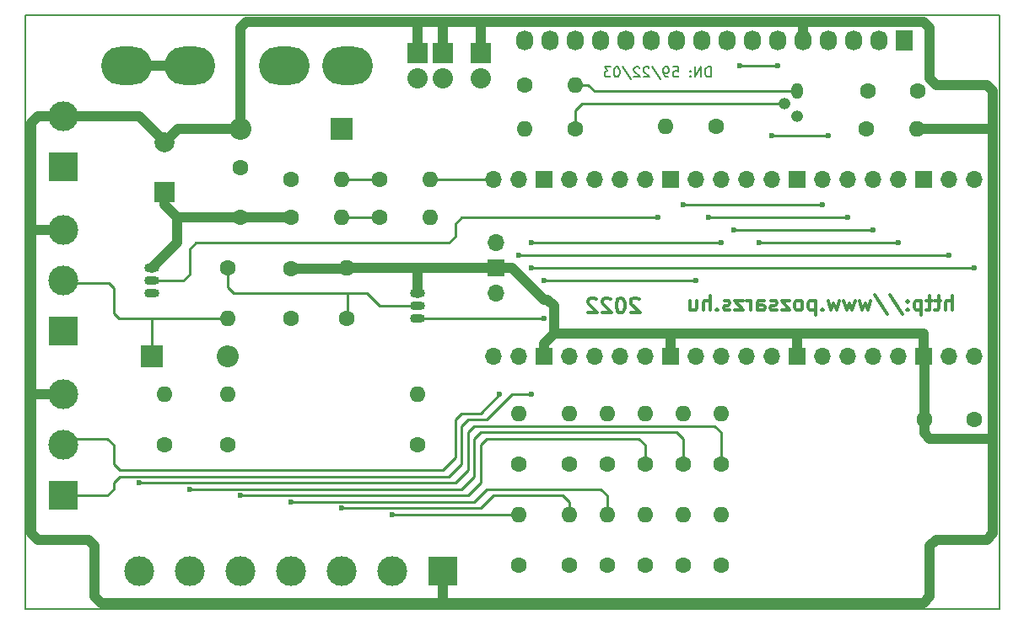
<source format=gbr>
G04 #@! TF.FileFunction,Copper,L2,Bot,Signal*
%FSLAX46Y46*%
G04 Gerber Fmt 4.6, Leading zero omitted, Abs format (unit mm)*
G04 Created by KiCad (PCBNEW 4.0.5+dfsg1-4+deb9u1) date Wed Oct 19 21:41:23 2022*
%MOMM*%
%LPD*%
G01*
G04 APERTURE LIST*
%ADD10C,0.100000*%
%ADD11C,0.150000*%
%ADD12C,0.300000*%
%ADD13O,1.700000X1.700000*%
%ADD14R,1.700000X1.700000*%
%ADD15C,1.600000*%
%ADD16O,1.600000X1.600000*%
%ADD17R,3.000000X3.000000*%
%ADD18C,3.000000*%
%ADD19R,1.727200X2.032000*%
%ADD20O,1.727200X2.032000*%
%ADD21R,2.000000X2.000000*%
%ADD22C,2.000000*%
%ADD23R,2.200000X2.200000*%
%ADD24O,2.200000X2.200000*%
%ADD25O,5.080000X3.840000*%
%ADD26R,2.032000X2.032000*%
%ADD27O,2.032000X2.032000*%
%ADD28O,1.501140X0.899160*%
%ADD29O,1.200000X1.600000*%
%ADD30O,1.200000X1.200000*%
%ADD31C,0.800000*%
%ADD32C,0.600000*%
%ADD33C,1.000000*%
%ADD34C,0.250000*%
G04 APERTURE END LIST*
D10*
D11*
X164821524Y-75001381D02*
X164821524Y-74001381D01*
X164583429Y-74001381D01*
X164440571Y-74049000D01*
X164345333Y-74144238D01*
X164297714Y-74239476D01*
X164250095Y-74429952D01*
X164250095Y-74572810D01*
X164297714Y-74763286D01*
X164345333Y-74858524D01*
X164440571Y-74953762D01*
X164583429Y-75001381D01*
X164821524Y-75001381D01*
X163821524Y-75001381D02*
X163821524Y-74001381D01*
X163250095Y-75001381D01*
X163250095Y-74001381D01*
X162773905Y-74906143D02*
X162726286Y-74953762D01*
X162773905Y-75001381D01*
X162821524Y-74953762D01*
X162773905Y-74906143D01*
X162773905Y-75001381D01*
X162773905Y-74382333D02*
X162726286Y-74429952D01*
X162773905Y-74477571D01*
X162821524Y-74429952D01*
X162773905Y-74382333D01*
X162773905Y-74477571D01*
X161059619Y-74001381D02*
X161535810Y-74001381D01*
X161583429Y-74477571D01*
X161535810Y-74429952D01*
X161440572Y-74382333D01*
X161202476Y-74382333D01*
X161107238Y-74429952D01*
X161059619Y-74477571D01*
X161012000Y-74572810D01*
X161012000Y-74810905D01*
X161059619Y-74906143D01*
X161107238Y-74953762D01*
X161202476Y-75001381D01*
X161440572Y-75001381D01*
X161535810Y-74953762D01*
X161583429Y-74906143D01*
X160535810Y-75001381D02*
X160345334Y-75001381D01*
X160250095Y-74953762D01*
X160202476Y-74906143D01*
X160107238Y-74763286D01*
X160059619Y-74572810D01*
X160059619Y-74191857D01*
X160107238Y-74096619D01*
X160154857Y-74049000D01*
X160250095Y-74001381D01*
X160440572Y-74001381D01*
X160535810Y-74049000D01*
X160583429Y-74096619D01*
X160631048Y-74191857D01*
X160631048Y-74429952D01*
X160583429Y-74525190D01*
X160535810Y-74572810D01*
X160440572Y-74620429D01*
X160250095Y-74620429D01*
X160154857Y-74572810D01*
X160107238Y-74525190D01*
X160059619Y-74429952D01*
X158916762Y-73953762D02*
X159773905Y-75239476D01*
X158631048Y-74096619D02*
X158583429Y-74049000D01*
X158488191Y-74001381D01*
X158250095Y-74001381D01*
X158154857Y-74049000D01*
X158107238Y-74096619D01*
X158059619Y-74191857D01*
X158059619Y-74287095D01*
X158107238Y-74429952D01*
X158678667Y-75001381D01*
X158059619Y-75001381D01*
X157678667Y-74096619D02*
X157631048Y-74049000D01*
X157535810Y-74001381D01*
X157297714Y-74001381D01*
X157202476Y-74049000D01*
X157154857Y-74096619D01*
X157107238Y-74191857D01*
X157107238Y-74287095D01*
X157154857Y-74429952D01*
X157726286Y-75001381D01*
X157107238Y-75001381D01*
X155964381Y-73953762D02*
X156821524Y-75239476D01*
X155440572Y-74001381D02*
X155345333Y-74001381D01*
X155250095Y-74049000D01*
X155202476Y-74096619D01*
X155154857Y-74191857D01*
X155107238Y-74382333D01*
X155107238Y-74620429D01*
X155154857Y-74810905D01*
X155202476Y-74906143D01*
X155250095Y-74953762D01*
X155345333Y-75001381D01*
X155440572Y-75001381D01*
X155535810Y-74953762D01*
X155583429Y-74906143D01*
X155631048Y-74810905D01*
X155678667Y-74620429D01*
X155678667Y-74382333D01*
X155631048Y-74191857D01*
X155583429Y-74096619D01*
X155535810Y-74049000D01*
X155440572Y-74001381D01*
X154773905Y-74001381D02*
X154154857Y-74001381D01*
X154488191Y-74382333D01*
X154345333Y-74382333D01*
X154250095Y-74429952D01*
X154202476Y-74477571D01*
X154154857Y-74572810D01*
X154154857Y-74810905D01*
X154202476Y-74906143D01*
X154250095Y-74953762D01*
X154345333Y-75001381D01*
X154631048Y-75001381D01*
X154726286Y-74953762D01*
X154773905Y-74906143D01*
D12*
X157638428Y-97365429D02*
X157566999Y-97294000D01*
X157424142Y-97222571D01*
X157066999Y-97222571D01*
X156924142Y-97294000D01*
X156852713Y-97365429D01*
X156781285Y-97508286D01*
X156781285Y-97651143D01*
X156852713Y-97865429D01*
X157709856Y-98722571D01*
X156781285Y-98722571D01*
X155852714Y-97222571D02*
X155709857Y-97222571D01*
X155567000Y-97294000D01*
X155495571Y-97365429D01*
X155424142Y-97508286D01*
X155352714Y-97794000D01*
X155352714Y-98151143D01*
X155424142Y-98436857D01*
X155495571Y-98579714D01*
X155567000Y-98651143D01*
X155709857Y-98722571D01*
X155852714Y-98722571D01*
X155995571Y-98651143D01*
X156067000Y-98579714D01*
X156138428Y-98436857D01*
X156209857Y-98151143D01*
X156209857Y-97794000D01*
X156138428Y-97508286D01*
X156067000Y-97365429D01*
X155995571Y-97294000D01*
X155852714Y-97222571D01*
X154781286Y-97365429D02*
X154709857Y-97294000D01*
X154567000Y-97222571D01*
X154209857Y-97222571D01*
X154067000Y-97294000D01*
X153995571Y-97365429D01*
X153924143Y-97508286D01*
X153924143Y-97651143D01*
X153995571Y-97865429D01*
X154852714Y-98722571D01*
X153924143Y-98722571D01*
X153352715Y-97365429D02*
X153281286Y-97294000D01*
X153138429Y-97222571D01*
X152781286Y-97222571D01*
X152638429Y-97294000D01*
X152567000Y-97365429D01*
X152495572Y-97508286D01*
X152495572Y-97651143D01*
X152567000Y-97865429D01*
X153424143Y-98722571D01*
X152495572Y-98722571D01*
X189037859Y-98468571D02*
X189037859Y-96968571D01*
X188395002Y-98468571D02*
X188395002Y-97682857D01*
X188466431Y-97540000D01*
X188609288Y-97468571D01*
X188823573Y-97468571D01*
X188966431Y-97540000D01*
X189037859Y-97611429D01*
X187895002Y-97468571D02*
X187323573Y-97468571D01*
X187680716Y-96968571D02*
X187680716Y-98254286D01*
X187609288Y-98397143D01*
X187466430Y-98468571D01*
X187323573Y-98468571D01*
X187037859Y-97468571D02*
X186466430Y-97468571D01*
X186823573Y-96968571D02*
X186823573Y-98254286D01*
X186752145Y-98397143D01*
X186609287Y-98468571D01*
X186466430Y-98468571D01*
X185966430Y-97468571D02*
X185966430Y-98968571D01*
X185966430Y-97540000D02*
X185823573Y-97468571D01*
X185537859Y-97468571D01*
X185395002Y-97540000D01*
X185323573Y-97611429D01*
X185252144Y-97754286D01*
X185252144Y-98182857D01*
X185323573Y-98325714D01*
X185395002Y-98397143D01*
X185537859Y-98468571D01*
X185823573Y-98468571D01*
X185966430Y-98397143D01*
X184609287Y-98325714D02*
X184537859Y-98397143D01*
X184609287Y-98468571D01*
X184680716Y-98397143D01*
X184609287Y-98325714D01*
X184609287Y-98468571D01*
X184609287Y-97540000D02*
X184537859Y-97611429D01*
X184609287Y-97682857D01*
X184680716Y-97611429D01*
X184609287Y-97540000D01*
X184609287Y-97682857D01*
X182823573Y-96897143D02*
X184109287Y-98825714D01*
X181252144Y-96897143D02*
X182537858Y-98825714D01*
X180895000Y-97468571D02*
X180609286Y-98468571D01*
X180323572Y-97754286D01*
X180037857Y-98468571D01*
X179752143Y-97468571D01*
X179323571Y-97468571D02*
X179037857Y-98468571D01*
X178752143Y-97754286D01*
X178466428Y-98468571D01*
X178180714Y-97468571D01*
X177752142Y-97468571D02*
X177466428Y-98468571D01*
X177180714Y-97754286D01*
X176894999Y-98468571D01*
X176609285Y-97468571D01*
X176037856Y-98325714D02*
X175966428Y-98397143D01*
X176037856Y-98468571D01*
X176109285Y-98397143D01*
X176037856Y-98325714D01*
X176037856Y-98468571D01*
X175323570Y-97468571D02*
X175323570Y-98968571D01*
X175323570Y-97540000D02*
X175180713Y-97468571D01*
X174894999Y-97468571D01*
X174752142Y-97540000D01*
X174680713Y-97611429D01*
X174609284Y-97754286D01*
X174609284Y-98182857D01*
X174680713Y-98325714D01*
X174752142Y-98397143D01*
X174894999Y-98468571D01*
X175180713Y-98468571D01*
X175323570Y-98397143D01*
X173752141Y-98468571D02*
X173894999Y-98397143D01*
X173966427Y-98325714D01*
X174037856Y-98182857D01*
X174037856Y-97754286D01*
X173966427Y-97611429D01*
X173894999Y-97540000D01*
X173752141Y-97468571D01*
X173537856Y-97468571D01*
X173394999Y-97540000D01*
X173323570Y-97611429D01*
X173252141Y-97754286D01*
X173252141Y-98182857D01*
X173323570Y-98325714D01*
X173394999Y-98397143D01*
X173537856Y-98468571D01*
X173752141Y-98468571D01*
X172752141Y-97468571D02*
X171966427Y-97468571D01*
X172752141Y-98468571D01*
X171966427Y-98468571D01*
X171466427Y-98397143D02*
X171323570Y-98468571D01*
X171037855Y-98468571D01*
X170894998Y-98397143D01*
X170823570Y-98254286D01*
X170823570Y-98182857D01*
X170894998Y-98040000D01*
X171037855Y-97968571D01*
X171252141Y-97968571D01*
X171394998Y-97897143D01*
X171466427Y-97754286D01*
X171466427Y-97682857D01*
X171394998Y-97540000D01*
X171252141Y-97468571D01*
X171037855Y-97468571D01*
X170894998Y-97540000D01*
X169537855Y-98468571D02*
X169537855Y-97682857D01*
X169609284Y-97540000D01*
X169752141Y-97468571D01*
X170037855Y-97468571D01*
X170180712Y-97540000D01*
X169537855Y-98397143D02*
X169680712Y-98468571D01*
X170037855Y-98468571D01*
X170180712Y-98397143D01*
X170252141Y-98254286D01*
X170252141Y-98111429D01*
X170180712Y-97968571D01*
X170037855Y-97897143D01*
X169680712Y-97897143D01*
X169537855Y-97825714D01*
X168823569Y-98468571D02*
X168823569Y-97468571D01*
X168823569Y-97754286D02*
X168752141Y-97611429D01*
X168680712Y-97540000D01*
X168537855Y-97468571D01*
X168394998Y-97468571D01*
X168037855Y-97468571D02*
X167252141Y-97468571D01*
X168037855Y-98468571D01*
X167252141Y-98468571D01*
X166752141Y-98397143D02*
X166609284Y-98468571D01*
X166323569Y-98468571D01*
X166180712Y-98397143D01*
X166109284Y-98254286D01*
X166109284Y-98182857D01*
X166180712Y-98040000D01*
X166323569Y-97968571D01*
X166537855Y-97968571D01*
X166680712Y-97897143D01*
X166752141Y-97754286D01*
X166752141Y-97682857D01*
X166680712Y-97540000D01*
X166537855Y-97468571D01*
X166323569Y-97468571D01*
X166180712Y-97540000D01*
X165466426Y-98325714D02*
X165394998Y-98397143D01*
X165466426Y-98468571D01*
X165537855Y-98397143D01*
X165466426Y-98325714D01*
X165466426Y-98468571D01*
X164752140Y-98468571D02*
X164752140Y-96968571D01*
X164109283Y-98468571D02*
X164109283Y-97682857D01*
X164180712Y-97540000D01*
X164323569Y-97468571D01*
X164537854Y-97468571D01*
X164680712Y-97540000D01*
X164752140Y-97611429D01*
X162752140Y-97468571D02*
X162752140Y-98468571D01*
X163394997Y-97468571D02*
X163394997Y-98254286D01*
X163323569Y-98397143D01*
X163180711Y-98468571D01*
X162966426Y-98468571D01*
X162823569Y-98397143D01*
X162752140Y-98325714D01*
D11*
X193802000Y-68834000D02*
X193802000Y-128524000D01*
X96012000Y-68834000D02*
X193802000Y-68834000D01*
X96012000Y-128524000D02*
X96012000Y-68834000D01*
X193802000Y-128524000D02*
X96012000Y-128524000D01*
D13*
X191262000Y-85344000D03*
X188722000Y-85344000D03*
D14*
X186182000Y-85344000D03*
D13*
X183642000Y-85344000D03*
X181102000Y-85344000D03*
X178562000Y-85344000D03*
X176022000Y-85344000D03*
D14*
X173482000Y-85344000D03*
D13*
X170942000Y-85344000D03*
X168402000Y-85344000D03*
X165862000Y-85344000D03*
X163322000Y-85344000D03*
D14*
X160782000Y-85344000D03*
D13*
X158242000Y-85344000D03*
X155702000Y-85344000D03*
X153162000Y-85344000D03*
X150622000Y-85344000D03*
D14*
X148082000Y-85344000D03*
D13*
X145542000Y-85344000D03*
X143002000Y-85344000D03*
X143002000Y-103124000D03*
X145542000Y-103124000D03*
D14*
X148082000Y-103124000D03*
D13*
X150622000Y-103124000D03*
X153162000Y-103124000D03*
X155702000Y-103124000D03*
X158242000Y-103124000D03*
D14*
X160782000Y-103124000D03*
D13*
X163322000Y-103124000D03*
X165862000Y-103124000D03*
X168402000Y-103124000D03*
X170942000Y-103124000D03*
D14*
X173482000Y-103124000D03*
D13*
X176022000Y-103124000D03*
X178562000Y-103124000D03*
X181102000Y-103124000D03*
X183642000Y-103124000D03*
D14*
X186182000Y-103124000D03*
D13*
X188722000Y-103124000D03*
X191262000Y-103124000D03*
X143232000Y-91694000D03*
D14*
X143232000Y-94234000D03*
D13*
X143232000Y-96774000D03*
D15*
X146177000Y-75819000D03*
D16*
X151257000Y-75819000D03*
D17*
X99822000Y-100584000D03*
D18*
X99822000Y-95504000D03*
X99822000Y-90424000D03*
D19*
X184277000Y-71374000D03*
D20*
X181737000Y-71374000D03*
X179197000Y-71374000D03*
X176657000Y-71374000D03*
X174117000Y-71374000D03*
X171577000Y-71374000D03*
X169037000Y-71374000D03*
X166497000Y-71374000D03*
X163957000Y-71374000D03*
X161417000Y-71374000D03*
X158877000Y-71374000D03*
X156337000Y-71374000D03*
X153797000Y-71374000D03*
X151257000Y-71374000D03*
X148717000Y-71374000D03*
X146177000Y-71374000D03*
D21*
X109982000Y-86614000D03*
D22*
X109982000Y-81614000D03*
D15*
X180594000Y-76454000D03*
X185594000Y-76454000D03*
X122682000Y-99314000D03*
X122682000Y-94314000D03*
X191262000Y-109474000D03*
X186262000Y-109474000D03*
X117602000Y-89154000D03*
X117602000Y-84154000D03*
D23*
X127762000Y-80264000D03*
D24*
X117602000Y-80264000D03*
D23*
X108712000Y-103124000D03*
D24*
X116332000Y-103124000D03*
D25*
X106172000Y-73914000D03*
X112522000Y-73914000D03*
X122047000Y-73914000D03*
X128397000Y-73914000D03*
D17*
X99822000Y-84074000D03*
D18*
X99822000Y-78994000D03*
D17*
X99822000Y-117094000D03*
D18*
X99822000Y-112014000D03*
X99822000Y-106934000D03*
D26*
X141732000Y-72644000D03*
D27*
X141732000Y-75184000D03*
D26*
X137922000Y-72644000D03*
D27*
X137922000Y-75184000D03*
D26*
X135382000Y-72644000D03*
D27*
X135382000Y-75184000D03*
D18*
X112522000Y-124714000D03*
X132842000Y-124714000D03*
X127762000Y-124714000D03*
D17*
X137922000Y-124714000D03*
D18*
X122682000Y-124714000D03*
X117602000Y-124714000D03*
X107442000Y-124714000D03*
D15*
X116332000Y-112014000D03*
D16*
X116332000Y-106934000D03*
D15*
X116332000Y-94234000D03*
D16*
X116332000Y-99314000D03*
D15*
X109982000Y-112014000D03*
D16*
X109982000Y-106934000D03*
D15*
X128270000Y-99314000D03*
D16*
X128270000Y-94234000D03*
D15*
X165354000Y-80010000D03*
D16*
X160274000Y-80010000D03*
D15*
X135382000Y-112014000D03*
D16*
X135382000Y-106934000D03*
D15*
X180467000Y-80264000D03*
D16*
X185547000Y-80264000D03*
D15*
X151257000Y-80264000D03*
D16*
X146177000Y-80264000D03*
D28*
X108712000Y-95504000D03*
X108712000Y-96774000D03*
X108712000Y-94234000D03*
X135382000Y-98044000D03*
X135382000Y-96774000D03*
X135382000Y-99314000D03*
D29*
X173482000Y-76454000D03*
D30*
X172212000Y-77724000D03*
X173482000Y-78994000D03*
D15*
X165862000Y-113919000D03*
D16*
X165862000Y-108839000D03*
D15*
X162052000Y-113919000D03*
D16*
X162052000Y-108839000D03*
D15*
X158242000Y-113919000D03*
D16*
X158242000Y-108839000D03*
D15*
X154432000Y-113919000D03*
D16*
X154432000Y-108839000D03*
D15*
X150622000Y-113919000D03*
D16*
X150622000Y-108839000D03*
D15*
X145542000Y-113919000D03*
D16*
X145542000Y-108839000D03*
D15*
X131572000Y-89154000D03*
D16*
X136652000Y-89154000D03*
D15*
X131572000Y-85344000D03*
D16*
X136652000Y-85344000D03*
D15*
X165862000Y-124079000D03*
D16*
X165862000Y-118999000D03*
D15*
X162052000Y-124079000D03*
D16*
X162052000Y-118999000D03*
D15*
X158242000Y-124079000D03*
D16*
X158242000Y-118999000D03*
D15*
X154432000Y-124079000D03*
D16*
X154432000Y-118999000D03*
D15*
X150622000Y-124079000D03*
D16*
X150622000Y-118999000D03*
D15*
X145542000Y-124079000D03*
D16*
X145542000Y-118999000D03*
D15*
X122682000Y-89154000D03*
D16*
X127762000Y-89154000D03*
D15*
X122682000Y-85344000D03*
D16*
X127762000Y-85344000D03*
D31*
X149098000Y-100838000D03*
X186182000Y-100838000D03*
X173482000Y-100838000D03*
X160782000Y-100838000D03*
D32*
X159512000Y-89154000D03*
X170942000Y-80899000D03*
X176657000Y-80899000D03*
X167767000Y-73914000D03*
X171577000Y-73914000D03*
X169672000Y-91694000D03*
X183642000Y-91694000D03*
X181102000Y-90424000D03*
X167132000Y-90424000D03*
X164592000Y-89154000D03*
X178562000Y-89154000D03*
X162052000Y-87884000D03*
X176022000Y-87884000D03*
X148082000Y-95504000D03*
X148082000Y-99314000D03*
X163322000Y-95504000D03*
X146812000Y-106934000D03*
X146812000Y-94234000D03*
X191262000Y-94234000D03*
X145542000Y-92964000D03*
X188722000Y-92964000D03*
X143637000Y-106934000D03*
X112522000Y-116459000D03*
X132842000Y-118999000D03*
X127762000Y-118364000D03*
X122682000Y-117729000D03*
X117602000Y-117094000D03*
X107442000Y-115824000D03*
X165862000Y-91694000D03*
X146812000Y-91694000D03*
D33*
X108712000Y-94234000D02*
X111252000Y-91694000D01*
X111252000Y-91694000D02*
X111252000Y-89154000D01*
X117602000Y-89154000D02*
X111252000Y-89154000D01*
X109982000Y-87884000D02*
X109982000Y-86614000D01*
X111252000Y-89154000D02*
X109982000Y-87884000D01*
X122682000Y-89154000D02*
X117602000Y-89154000D01*
X181737000Y-69469000D02*
X179197000Y-69469000D01*
X186817000Y-75184000D02*
X186817000Y-70104000D01*
X186817000Y-70104000D02*
X186182000Y-69469000D01*
X186182000Y-69469000D02*
X181737000Y-69469000D01*
X148082000Y-97409000D02*
X148463000Y-97409000D01*
X148463000Y-97409000D02*
X149098000Y-98044000D01*
X149098000Y-100838000D02*
X149098000Y-98044000D01*
X184404000Y-100838000D02*
X186182000Y-100838000D01*
X186182000Y-100838000D02*
X186182000Y-101854000D01*
X144907000Y-94234000D02*
X148082000Y-97409000D01*
X143232000Y-94234000D02*
X144907000Y-94234000D01*
X135382000Y-96774000D02*
X135382000Y-94234000D01*
X128270000Y-94234000D02*
X134874000Y-94234000D01*
X134874000Y-94234000D02*
X135382000Y-94234000D01*
X135382000Y-94234000D02*
X143232000Y-94234000D01*
X128270000Y-94234000D02*
X128190000Y-94314000D01*
X128190000Y-94314000D02*
X122682000Y-94314000D01*
X160782000Y-103124000D02*
X160782000Y-101346000D01*
X173482000Y-103124000D02*
X173482000Y-100838000D01*
X186182000Y-103124000D02*
X186182000Y-101854000D01*
X184404000Y-100838000D02*
X173482000Y-100838000D01*
X149098000Y-100838000D02*
X148082000Y-101854000D01*
X150622000Y-100838000D02*
X149098000Y-100838000D01*
X148082000Y-101854000D02*
X148082000Y-103124000D01*
X173482000Y-100838000D02*
X160782000Y-100838000D01*
X160782000Y-100838000D02*
X150622000Y-100838000D01*
X185547000Y-80264000D02*
X193167000Y-80264000D01*
X186262000Y-109474000D02*
X186262000Y-110824000D01*
X186817000Y-111379000D02*
X193167000Y-111379000D01*
X186262000Y-110824000D02*
X186817000Y-111379000D01*
X135382000Y-72644000D02*
X135382000Y-69469000D01*
X117602000Y-80264000D02*
X117602000Y-70104000D01*
X118237000Y-69469000D02*
X135382000Y-69469000D01*
X135382000Y-69469000D02*
X134747000Y-69469000D01*
X117602000Y-70104000D02*
X118237000Y-69469000D01*
X97282000Y-78994000D02*
X96647000Y-79629000D01*
X99822000Y-90424000D02*
X96647000Y-90424000D01*
X99822000Y-106934000D02*
X96647000Y-106934000D01*
X137922000Y-124714000D02*
X137922000Y-127889000D01*
X174117000Y-71374000D02*
X174117000Y-69469000D01*
X137922000Y-72644000D02*
X137922000Y-69469000D01*
X179197000Y-69469000D02*
X174117000Y-69469000D01*
X188087000Y-75819000D02*
X187452000Y-75819000D01*
X193167000Y-111379000D02*
X193167000Y-99949000D01*
X187452000Y-75819000D02*
X186817000Y-75184000D01*
X193167000Y-99949000D02*
X193167000Y-80264000D01*
X193167000Y-80264000D02*
X193167000Y-76454000D01*
X192532000Y-75819000D02*
X188087000Y-75819000D01*
X193167000Y-76454000D02*
X192532000Y-75819000D01*
X193167000Y-114554000D02*
X193167000Y-111379000D01*
X186182000Y-127889000D02*
X186817000Y-127254000D01*
X186817000Y-127254000D02*
X186817000Y-122174000D01*
X186817000Y-122174000D02*
X187452000Y-121539000D01*
X187452000Y-121539000D02*
X192532000Y-121539000D01*
X192532000Y-121539000D02*
X193167000Y-120904000D01*
X193167000Y-120904000D02*
X193167000Y-114554000D01*
X137922000Y-127889000D02*
X186182000Y-127889000D01*
X109982000Y-127889000D02*
X137922000Y-127889000D01*
X99822000Y-78994000D02*
X97282000Y-78994000D01*
X96647000Y-79629000D02*
X96647000Y-90424000D01*
X96647000Y-90424000D02*
X96647000Y-106934000D01*
X96647000Y-106934000D02*
X96647000Y-120904000D01*
X96647000Y-120904000D02*
X97282000Y-121539000D01*
X97282000Y-121539000D02*
X101727000Y-121539000D01*
X102997000Y-127254000D02*
X103632000Y-127889000D01*
X102997000Y-122809000D02*
X102997000Y-127254000D01*
X103632000Y-127889000D02*
X109982000Y-127889000D01*
X102362000Y-121539000D02*
X102997000Y-122174000D01*
X102997000Y-122174000D02*
X102997000Y-122809000D01*
X101727000Y-121539000D02*
X102362000Y-121539000D01*
X174117000Y-69469000D02*
X141732000Y-69469000D01*
X137922000Y-69469000D02*
X134747000Y-69469000D01*
X186262000Y-109474000D02*
X186262000Y-103204000D01*
X186262000Y-103204000D02*
X186182000Y-103124000D01*
X109982000Y-81614000D02*
X109982000Y-81534000D01*
X109982000Y-81534000D02*
X107442000Y-78994000D01*
X107442000Y-78994000D02*
X99822000Y-78994000D01*
X117602000Y-80264000D02*
X111332000Y-80264000D01*
X111332000Y-80264000D02*
X109982000Y-81614000D01*
X141732000Y-72644000D02*
X141732000Y-69469000D01*
X141732000Y-69469000D02*
X137922000Y-69469000D01*
X106172000Y-73914000D02*
X112522000Y-73914000D01*
D34*
X111887000Y-95504000D02*
X112522000Y-94869000D01*
X112522000Y-94869000D02*
X112522000Y-92329000D01*
X112522000Y-92329000D02*
X113157000Y-91694000D01*
X113157000Y-91694000D02*
X115062000Y-91694000D01*
X115062000Y-91694000D02*
X138557000Y-91694000D01*
X138557000Y-91694000D02*
X139192000Y-91059000D01*
X139192000Y-91059000D02*
X139192000Y-89789000D01*
X139192000Y-89789000D02*
X139827000Y-89154000D01*
X139827000Y-89154000D02*
X158877000Y-89154000D01*
X111887000Y-95504000D02*
X108712000Y-95504000D01*
X159512000Y-89154000D02*
X158877000Y-89154000D01*
X128270000Y-99314000D02*
X128397000Y-99187000D01*
X128397000Y-99187000D02*
X128397000Y-96774000D01*
X116332000Y-95504000D02*
X116332000Y-96139000D01*
X129667000Y-96774000D02*
X130302000Y-96774000D01*
X116967000Y-96774000D02*
X128397000Y-96774000D01*
X128397000Y-96774000D02*
X129667000Y-96774000D01*
X116332000Y-96139000D02*
X116967000Y-96774000D01*
X130302000Y-96774000D02*
X131572000Y-98044000D01*
X131572000Y-98044000D02*
X132207000Y-98044000D01*
X130302000Y-96774000D02*
X131572000Y-98044000D01*
X135382000Y-98044000D02*
X132207000Y-98044000D01*
X116332000Y-95504000D02*
X116332000Y-94234000D01*
X135128000Y-97790000D02*
X135382000Y-98044000D01*
X176657000Y-80899000D02*
X170942000Y-80899000D01*
X171577000Y-73914000D02*
X167767000Y-73914000D01*
X183642000Y-91694000D02*
X169672000Y-91694000D01*
X167132000Y-90424000D02*
X181102000Y-90424000D01*
X178562000Y-89154000D02*
X164592000Y-89154000D01*
X176022000Y-87884000D02*
X162052000Y-87884000D01*
X172212000Y-77724000D02*
X151892000Y-77724000D01*
X151257000Y-78359000D02*
X151257000Y-80264000D01*
X151892000Y-77724000D02*
X151257000Y-78359000D01*
X146050000Y-99314000D02*
X135382000Y-99314000D01*
X146050000Y-99314000D02*
X146558000Y-99314000D01*
X146558000Y-99314000D02*
X147574000Y-99314000D01*
X148082000Y-95504000D02*
X162687000Y-95504000D01*
X147574000Y-99314000D02*
X148082000Y-99314000D01*
X163322000Y-95504000D02*
X162687000Y-95504000D01*
X108712000Y-103124000D02*
X108712000Y-99314000D01*
X109474000Y-99314000D02*
X108712000Y-99314000D01*
X108712000Y-99314000D02*
X105410000Y-99314000D01*
X104394000Y-95758000D02*
X104902000Y-96266000D01*
X104394000Y-95758000D02*
X100076000Y-95758000D01*
X104902000Y-98806000D02*
X105410000Y-99314000D01*
X104902000Y-96266000D02*
X104902000Y-98806000D01*
X99822000Y-95504000D02*
X100076000Y-95758000D01*
X116332000Y-99314000D02*
X109474000Y-99314000D01*
X144907000Y-106934000D02*
X142367000Y-109474000D01*
X140462000Y-109474000D02*
X139827000Y-110109000D01*
X142367000Y-109474000D02*
X140462000Y-109474000D01*
X147447000Y-94234000D02*
X146812000Y-94234000D01*
X146812000Y-106934000D02*
X146177000Y-106934000D01*
X125222000Y-115189000D02*
X135382000Y-115189000D01*
X104902000Y-116459000D02*
X104267000Y-117094000D01*
X99822000Y-117094000D02*
X103632000Y-117094000D01*
X104902000Y-115824000D02*
X105537000Y-115189000D01*
X104902000Y-116459000D02*
X104902000Y-115824000D01*
X103632000Y-117094000D02*
X104267000Y-117094000D01*
X125222000Y-115189000D02*
X105537000Y-115189000D01*
X144907000Y-106934000D02*
X146177000Y-106934000D01*
X139827000Y-113919000D02*
X139827000Y-110109000D01*
X138557000Y-115189000D02*
X139827000Y-113919000D01*
X135382000Y-115189000D02*
X138557000Y-115189000D01*
X191262000Y-94234000D02*
X147447000Y-94234000D01*
X109982000Y-114554000D02*
X137922000Y-114554000D01*
X105537000Y-114554000D02*
X109982000Y-114554000D01*
X104902000Y-113919000D02*
X105537000Y-114554000D01*
X104902000Y-112014000D02*
X104902000Y-113919000D01*
X104267000Y-111379000D02*
X104902000Y-112014000D01*
X100457000Y-111379000D02*
X104267000Y-111379000D01*
X188722000Y-92964000D02*
X146812000Y-92964000D01*
X146812000Y-92964000D02*
X145542000Y-92964000D01*
X141732000Y-108839000D02*
X143637000Y-106934000D01*
X139827000Y-108839000D02*
X141732000Y-108839000D01*
X139192000Y-109474000D02*
X139827000Y-108839000D01*
X139192000Y-113284000D02*
X139192000Y-109474000D01*
X137922000Y-114554000D02*
X139192000Y-113284000D01*
X99822000Y-112014000D02*
X100457000Y-111379000D01*
X142367000Y-110744000D02*
X141732000Y-110744000D01*
X141097000Y-111379000D02*
X141097000Y-112014000D01*
X141732000Y-110744000D02*
X141097000Y-111379000D01*
X113157000Y-116459000D02*
X112522000Y-116459000D01*
X139827000Y-116459000D02*
X113157000Y-116459000D01*
X141097000Y-115189000D02*
X139827000Y-116459000D01*
X141097000Y-112014000D02*
X141097000Y-115189000D01*
X162052000Y-113919000D02*
X162052000Y-111379000D01*
X161417000Y-110744000D02*
X142367000Y-110744000D01*
X162052000Y-111379000D02*
X161417000Y-110744000D01*
X133477000Y-118999000D02*
X132842000Y-118999000D01*
X145542000Y-118999000D02*
X133477000Y-118999000D01*
X149352000Y-117094000D02*
X143002000Y-117094000D01*
X149987000Y-117094000D02*
X150622000Y-117729000D01*
X150622000Y-117729000D02*
X150622000Y-118999000D01*
X149352000Y-117094000D02*
X149987000Y-117094000D01*
X141732000Y-118364000D02*
X128397000Y-118364000D01*
X143002000Y-117094000D02*
X141732000Y-118364000D01*
X127762000Y-118364000D02*
X128397000Y-118364000D01*
X150622000Y-118999000D02*
X150622000Y-118364000D01*
X123317000Y-117729000D02*
X122682000Y-117729000D01*
X142367000Y-116459000D02*
X141097000Y-117729000D01*
X141097000Y-117729000D02*
X123317000Y-117729000D01*
X154432000Y-118999000D02*
X154432000Y-117094000D01*
X153797000Y-116459000D02*
X154432000Y-117094000D01*
X142367000Y-116459000D02*
X153797000Y-116459000D01*
X143002000Y-111379000D02*
X142367000Y-111379000D01*
X141732000Y-112014000D02*
X141732000Y-113284000D01*
X142367000Y-111379000D02*
X141732000Y-112014000D01*
X158242000Y-112014000D02*
X158242000Y-113919000D01*
X157607000Y-111379000D02*
X143002000Y-111379000D01*
X158242000Y-112014000D02*
X157607000Y-111379000D01*
X141732000Y-113284000D02*
X141732000Y-115824000D01*
X141732000Y-115824000D02*
X140462000Y-117094000D01*
X140462000Y-117094000D02*
X118237000Y-117094000D01*
X117602000Y-117094000D02*
X118237000Y-117094000D01*
X141732000Y-110109000D02*
X141097000Y-110109000D01*
X140462000Y-110744000D02*
X140462000Y-111379000D01*
X141097000Y-110109000D02*
X140462000Y-110744000D01*
X107442000Y-115824000D02*
X108077000Y-115824000D01*
X140462000Y-111379000D02*
X140462000Y-114554000D01*
X140462000Y-114554000D02*
X139192000Y-115824000D01*
X139192000Y-115824000D02*
X108077000Y-115824000D01*
X165862000Y-110744000D02*
X165227000Y-110109000D01*
X165227000Y-110109000D02*
X142367000Y-110109000D01*
X165862000Y-110744000D02*
X165862000Y-113919000D01*
X142367000Y-110109000D02*
X141732000Y-110109000D01*
X131572000Y-89154000D02*
X127762000Y-89154000D01*
X127762000Y-85344000D02*
X131572000Y-85344000D01*
X173482000Y-76454000D02*
X153162000Y-76454000D01*
X152527000Y-75819000D02*
X151257000Y-75819000D01*
X153162000Y-76454000D02*
X152527000Y-75819000D01*
X136652000Y-85344000D02*
X143002000Y-85344000D01*
X146812000Y-91694000D02*
X165862000Y-91694000D01*
M02*

</source>
